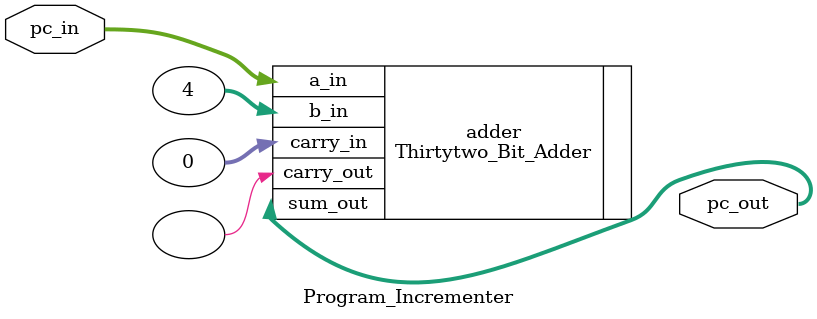
<source format=v>
`timescale 1ns / 1ps

module Program_Incrementer(
        input [31:0] pc_in,
        output [31:0] pc_out
    );
    
    Thirtytwo_Bit_Adder adder (
        .a_in (pc_in),
        .b_in (32'b100),
        .carry_in (0),
        .carry_out (),
        .sum_out (pc_out)
    );

endmodule

</source>
